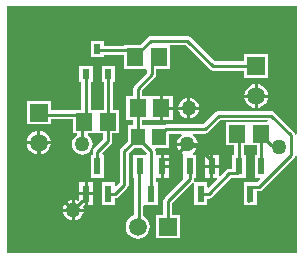
<source format=gtl>
G04*
G04 #@! TF.GenerationSoftware,Altium Limited,Altium Designer,19.1.8 (144)*
G04*
G04 Layer_Physical_Order=1*
G04 Layer_Color=255*
%FSLAX25Y25*%
%MOIN*%
G70*
G01*
G75*
%ADD12C,0.01000*%
%ADD13R,0.02362X0.05709*%
%ADD14R,0.05512X0.05906*%
%ADD15R,0.04724X0.05512*%
%ADD16R,0.02362X0.03347*%
%ADD25R,0.05906X0.05906*%
%ADD26C,0.05906*%
%ADD27R,0.05906X0.05906*%
%ADD28C,0.05000*%
G36*
X209500Y139197D02*
X209000Y139148D01*
X208913Y139585D01*
X208581Y140081D01*
X202081Y146581D01*
X201585Y146913D01*
X201000Y147029D01*
X183500D01*
X182915Y146913D01*
X182419Y146581D01*
X178366Y142529D01*
X166043D01*
X165458Y142413D01*
X165223Y142256D01*
X160181D01*
X160181Y142256D01*
X159819D01*
Y142256D01*
X159681Y142256D01*
X158029D01*
Y144047D01*
X160118D01*
X160256Y144047D01*
X160618D01*
X160756Y144047D01*
X163874D01*
Y148000D01*
Y151953D01*
X160756D01*
X160618Y151953D01*
X160256D01*
X160118Y151953D01*
X158029D01*
Y153867D01*
X162263Y158100D01*
X162594Y158596D01*
X162710Y159181D01*
Y161047D01*
X167193D01*
Y168953D01*
X167685Y168971D01*
X172366D01*
X180419Y160919D01*
X180915Y160587D01*
X181500Y160471D01*
X192047D01*
Y158047D01*
X199953D01*
Y165953D01*
X192047D01*
Y163529D01*
X182133D01*
X174081Y171581D01*
X173585Y171913D01*
X173000Y172029D01*
X160866D01*
X160281Y171913D01*
X159785Y171581D01*
X157156Y168953D01*
X151807D01*
Y168785D01*
X145181D01*
Y170405D01*
X140819D01*
Y165059D01*
X145181D01*
Y165726D01*
X151807D01*
Y161047D01*
X159319D01*
X159652Y160685D01*
Y159815D01*
X155419Y155581D01*
X155087Y155085D01*
X154971Y154500D01*
Y151953D01*
X152744D01*
Y144047D01*
X154971D01*
Y142256D01*
X153094D01*
Y136907D01*
X150919Y134731D01*
X150587Y134235D01*
X150471Y133650D01*
Y123134D01*
X149383Y122046D01*
X148921Y122237D01*
Y123228D01*
X144559D01*
Y115520D01*
X148921D01*
Y117971D01*
X149000D01*
X149585Y118087D01*
X150081Y118419D01*
X153081Y121419D01*
X153413Y121915D01*
X153529Y122500D01*
Y133016D01*
X155257Y134744D01*
X157656D01*
X159420Y132980D01*
X159348Y132480D01*
X158971Y132480D01*
X155079D01*
Y124772D01*
X155350D01*
Y112302D01*
X154507Y111953D01*
X153681Y111319D01*
X153047Y110493D01*
X152649Y109532D01*
X152513Y108500D01*
X152649Y107468D01*
X153047Y106507D01*
X153681Y105681D01*
X154507Y105047D01*
X155468Y104649D01*
X156500Y104513D01*
X157532Y104649D01*
X158493Y105047D01*
X159319Y105681D01*
X159953Y106507D01*
X160351Y107468D01*
X160487Y108500D01*
X160351Y109532D01*
X159953Y110493D01*
X159319Y111319D01*
X158493Y111953D01*
X158409Y111988D01*
Y115301D01*
X158819Y115520D01*
X158909Y115520D01*
X163181D01*
Y123228D01*
X162529D01*
Y124284D01*
X162559Y124772D01*
X163029Y124772D01*
X164240D01*
Y128626D01*
Y132480D01*
X162559Y132480D01*
X162529Y132968D01*
Y133563D01*
X162413Y134148D01*
X162349Y134244D01*
X162616Y134744D01*
X166905D01*
Y139471D01*
X170993D01*
X171122Y138971D01*
X170504Y138496D01*
X169943Y137765D01*
X169590Y136914D01*
X169536Y136500D01*
X176464D01*
X176410Y136914D01*
X176057Y137765D01*
X175496Y138496D01*
X174878Y138971D01*
X175007Y139471D01*
X179000D01*
X179585Y139587D01*
X180081Y139919D01*
X184134Y143971D01*
X199904D01*
X199916Y143953D01*
X199649Y143453D01*
X193819D01*
X193681Y143453D01*
X193319D01*
X193181Y143453D01*
X185807D01*
Y135547D01*
X188731D01*
Y132480D01*
X188079D01*
Y127801D01*
X187079D01*
X186494Y127685D01*
X185997Y127353D01*
X183883Y125239D01*
X183421Y125430D01*
Y128126D01*
X181740D01*
Y124772D01*
X182763D01*
X182954Y124310D01*
X180143Y121499D01*
X179681Y121690D01*
Y123228D01*
X175476D01*
X175167Y123665D01*
X175173Y123675D01*
X175289Y124260D01*
Y124772D01*
X175941D01*
Y132480D01*
X174955D01*
X174817Y132816D01*
X174814Y132980D01*
X175496Y133504D01*
X176057Y134235D01*
X176410Y135086D01*
X176464Y135500D01*
X169536D01*
X169590Y135086D01*
X169943Y134235D01*
X170504Y133504D01*
X171235Y132943D01*
X171361Y132890D01*
X171579Y132480D01*
Y124772D01*
X171579D01*
X171734Y124397D01*
X165419Y118081D01*
X165087Y117585D01*
X164971Y117000D01*
Y112453D01*
X162547D01*
Y104547D01*
X170453D01*
Y112453D01*
X168029D01*
Y116367D01*
X174819Y123156D01*
X174915Y123150D01*
X175319Y122993D01*
Y115520D01*
X179681D01*
Y117845D01*
X180181D01*
X180766Y117961D01*
X181263Y118293D01*
X187712Y124742D01*
X189579D01*
X189726Y124772D01*
X192441D01*
Y132480D01*
X191789D01*
Y135547D01*
X193181D01*
X193319Y135547D01*
X193681D01*
X193819Y135547D01*
X196211D01*
Y132480D01*
X195559D01*
Y124772D01*
X197226D01*
X197418Y124310D01*
X196366Y123258D01*
X194681D01*
X194533Y123228D01*
X191819D01*
Y117167D01*
X191789Y117020D01*
X191819Y116872D01*
Y115520D01*
X193171D01*
X193319Y115490D01*
X193467Y115520D01*
X196181D01*
Y120199D01*
X196999D01*
X197584Y120315D01*
X198081Y120647D01*
X208581Y131148D01*
X208913Y131644D01*
X209000Y132081D01*
X209500Y132032D01*
Y99740D01*
X113000D01*
Y182000D01*
X209500D01*
Y139197D01*
D02*
G37*
%LPC*%
G36*
X196500Y155921D02*
Y152500D01*
X199921D01*
X199851Y153032D01*
X199453Y153993D01*
X198819Y154819D01*
X197993Y155453D01*
X197032Y155851D01*
X196500Y155921D01*
D02*
G37*
G36*
X195500D02*
X194968Y155851D01*
X194007Y155453D01*
X193181Y154819D01*
X192547Y153993D01*
X192149Y153032D01*
X192079Y152500D01*
X195500D01*
Y155921D01*
D02*
G37*
G36*
X164874Y151953D02*
Y148500D01*
X168130D01*
Y151953D01*
X164874D01*
D02*
G37*
G36*
X174000Y151464D02*
Y148500D01*
X176964D01*
X176910Y148914D01*
X176557Y149765D01*
X175996Y150496D01*
X175265Y151057D01*
X174414Y151410D01*
X174000Y151464D01*
D02*
G37*
G36*
X173000D02*
X172586Y151410D01*
X171735Y151057D01*
X171004Y150496D01*
X170443Y149765D01*
X170090Y148914D01*
X170036Y148500D01*
X173000D01*
Y151464D01*
D02*
G37*
G36*
X199921Y151500D02*
X196500D01*
Y148079D01*
X197032Y148149D01*
X197993Y148547D01*
X198819Y149181D01*
X199453Y150007D01*
X199851Y150968D01*
X199921Y151500D01*
D02*
G37*
G36*
X195500D02*
X192079D01*
X192149Y150968D01*
X192547Y150007D01*
X193181Y149181D01*
X194007Y148547D01*
X194968Y148149D01*
X195500Y148079D01*
Y151500D01*
D02*
G37*
G36*
X148921Y161941D02*
X144559D01*
Y156595D01*
X145211D01*
Y147453D01*
X142819D01*
X142681Y147453D01*
X142319D01*
X142181Y147453D01*
X140789D01*
Y156595D01*
X141441D01*
Y161941D01*
X137079D01*
Y156595D01*
X137730D01*
Y147453D01*
X134807D01*
Y147285D01*
X127453D01*
Y150453D01*
X119547D01*
Y142547D01*
X127453D01*
Y144227D01*
X134807D01*
Y139547D01*
X136111D01*
X136227Y139090D01*
X136222Y139047D01*
X135504Y138496D01*
X134943Y137765D01*
X134590Y136914D01*
X134470Y136000D01*
X134590Y135086D01*
X134943Y134235D01*
X135504Y133504D01*
X136235Y132943D01*
X137086Y132590D01*
X138000Y132470D01*
X138914Y132590D01*
X139765Y132943D01*
X140496Y133504D01*
X141057Y134235D01*
X141410Y135086D01*
X141530Y136000D01*
X141410Y136914D01*
X141057Y137765D01*
X140496Y138496D01*
X139778Y139047D01*
X139773Y139090D01*
X139889Y139547D01*
X142181D01*
X142319Y139547D01*
X142681D01*
X142819Y139547D01*
X144908D01*
Y137571D01*
X141919Y134581D01*
X141587Y134085D01*
X141471Y133500D01*
Y132480D01*
X140819D01*
Y124772D01*
X145181D01*
Y132480D01*
X144804D01*
X144643Y132980D01*
X147519Y135856D01*
X147850Y136352D01*
X147966Y136937D01*
Y139547D01*
X150193D01*
Y147453D01*
X148269D01*
Y156595D01*
X148921D01*
Y161941D01*
D02*
G37*
G36*
X176964Y147500D02*
X174000D01*
Y144536D01*
X174414Y144590D01*
X175265Y144943D01*
X175996Y145504D01*
X176557Y146235D01*
X176910Y147086D01*
X176964Y147500D01*
D02*
G37*
G36*
X173000D02*
X170036D01*
X170090Y147086D01*
X170443Y146235D01*
X171004Y145504D01*
X171735Y144943D01*
X172586Y144590D01*
X173000Y144536D01*
Y147500D01*
D02*
G37*
G36*
X168130D02*
X164874D01*
Y144047D01*
X168130D01*
Y147500D01*
D02*
G37*
G36*
X124000Y140421D02*
Y137000D01*
X127421D01*
X127351Y137532D01*
X126953Y138493D01*
X126319Y139319D01*
X125493Y139953D01*
X124532Y140351D01*
X124000Y140421D01*
D02*
G37*
G36*
X123000D02*
X122468Y140351D01*
X121507Y139953D01*
X120681Y139319D01*
X120047Y138493D01*
X119649Y137532D01*
X119579Y137000D01*
X123000D01*
Y140421D01*
D02*
G37*
G36*
X127421Y136000D02*
X124000D01*
Y132579D01*
X124532Y132649D01*
X125493Y133047D01*
X126319Y133681D01*
X126953Y134507D01*
X127351Y135468D01*
X127421Y136000D01*
D02*
G37*
G36*
X123000D02*
X119579D01*
X119649Y135468D01*
X120047Y134507D01*
X120681Y133681D01*
X121507Y133047D01*
X122468Y132649D01*
X123000Y132579D01*
Y136000D01*
D02*
G37*
G36*
X183421Y132480D02*
X181740D01*
Y129126D01*
X183421D01*
Y132480D01*
D02*
G37*
G36*
X180740D02*
X179059D01*
Y129126D01*
X180740D01*
Y132480D01*
D02*
G37*
G36*
X165240D02*
Y129126D01*
X166921D01*
Y132480D01*
X165240D01*
D02*
G37*
G36*
X180740Y128126D02*
X179059D01*
Y124772D01*
X180740D01*
Y128126D01*
D02*
G37*
G36*
X166921D02*
X165240D01*
Y124772D01*
X166921D01*
Y128126D01*
D02*
G37*
G36*
X141441Y123228D02*
X139760D01*
Y119874D01*
X141441D01*
Y123228D01*
D02*
G37*
G36*
X138760D02*
X137079D01*
Y119874D01*
X138760D01*
Y123228D01*
D02*
G37*
G36*
Y118874D02*
X137079D01*
Y117397D01*
X136579Y117134D01*
X135914Y117410D01*
X135500Y117464D01*
Y114500D01*
X138464D01*
X138410Y114914D01*
X138331Y115104D01*
X138609Y115520D01*
X138760D01*
Y118874D01*
D02*
G37*
G36*
X141441D02*
X139760D01*
Y115520D01*
X141441D01*
Y118874D01*
D02*
G37*
G36*
X134500Y117464D02*
X134086Y117410D01*
X133235Y117057D01*
X132504Y116496D01*
X131943Y115765D01*
X131590Y114914D01*
X131536Y114500D01*
X134500D01*
Y117464D01*
D02*
G37*
G36*
X138464Y113500D02*
X135500D01*
Y110536D01*
X135914Y110590D01*
X136765Y110943D01*
X137496Y111504D01*
X138057Y112235D01*
X138410Y113086D01*
X138464Y113500D01*
D02*
G37*
G36*
X134500D02*
X131536D01*
X131590Y113086D01*
X131943Y112235D01*
X132504Y111504D01*
X133235Y110943D01*
X134086Y110590D01*
X134500Y110536D01*
Y113500D01*
D02*
G37*
%LPD*%
D12*
X164374Y148000D02*
X173500D01*
X123500Y125500D02*
Y136500D01*
Y125500D02*
X135000Y114000D01*
X138020Y117020D01*
X138579D01*
X139260Y117701D01*
Y119374D01*
X173000Y136000D02*
X173765Y135235D01*
X176305D01*
X181240Y130299D01*
Y128626D02*
Y130299D01*
X165421Y130980D02*
X167980D01*
X164740Y130299D02*
X165421Y130980D01*
X164740Y128626D02*
Y130299D01*
X167980Y130980D02*
X173000Y136000D01*
X179000Y141000D02*
X183500Y145500D01*
X166043Y141000D02*
X179000D01*
X163543Y138500D02*
X166043Y141000D01*
X197740Y139000D02*
X200975Y135765D01*
X197437Y139303D02*
X197740Y139000D01*
Y128626D02*
Y139000D01*
X202735Y135765D02*
X203500Y135000D01*
X200975Y135765D02*
X202735D01*
X197437Y139303D02*
Y139500D01*
X138000Y142937D02*
X138563Y143500D01*
X138000Y136000D02*
Y142937D01*
X196999Y121728D02*
X207500Y132229D01*
X201000Y145500D02*
X207500Y139000D01*
Y132229D02*
Y139000D01*
X143000Y133500D02*
X146437Y136937D01*
X143000Y128626D02*
Y133500D01*
X146437Y136937D02*
Y143500D01*
X136307Y145756D02*
X138563Y143500D01*
X194681Y121728D02*
X196999D01*
X194000Y121047D02*
X194681Y121728D01*
X194000Y119374D02*
Y121047D01*
X183500Y145500D02*
X201000D01*
X166500Y117000D02*
X173760Y124260D01*
Y128626D01*
X166500Y108500D02*
Y117000D01*
X161000Y119374D02*
Y133563D01*
X156457Y138106D02*
X161000Y133563D01*
X156457Y138106D02*
Y138500D01*
X156880Y128246D02*
X157260Y128626D01*
X156880Y108880D02*
Y128246D01*
X156500Y108500D02*
X156880Y108880D01*
X193319Y117020D02*
X194000Y117701D01*
Y119374D01*
X163543Y138106D02*
Y138500D01*
X190260Y128626D02*
Y138803D01*
X189563Y139500D02*
X190260Y138803D01*
X180181Y119374D02*
X187079Y126272D01*
X189579D01*
X190260Y126953D01*
Y128626D01*
X177500Y119374D02*
X180181D01*
X160866Y170500D02*
X173000D01*
X155563Y165197D02*
X160866Y170500D01*
X155563Y165000D02*
Y165197D01*
X173000Y170500D02*
X181500Y162000D01*
X196000D01*
X153307Y167256D02*
X155563Y165000D01*
X143476Y167256D02*
X153307D01*
X143000Y167732D02*
X143476Y167256D01*
X146866Y119500D02*
X149000D01*
X146740Y119374D02*
X146866Y119500D01*
X149000D02*
X152000Y122500D01*
Y133650D01*
X156457Y138106D01*
X156500Y138543D02*
Y148000D01*
X156457Y138500D02*
X156500Y138543D01*
Y148000D02*
Y154500D01*
X161181Y159181D01*
Y162744D01*
X163437Y165000D01*
X146740Y143803D02*
Y159268D01*
X146437Y143500D02*
X146740Y143803D01*
X139260Y144197D02*
Y159268D01*
X138563Y143500D02*
X139260Y144197D01*
X124244Y145756D02*
X136307D01*
X123500Y146500D02*
X124244Y145756D01*
D13*
X194000Y119374D02*
D03*
X190260Y128626D02*
D03*
X197740D02*
D03*
X161000Y119374D02*
D03*
X157260Y128626D02*
D03*
X164740D02*
D03*
X177500Y119374D02*
D03*
X173760Y128626D02*
D03*
X181240D02*
D03*
X143000Y128626D02*
D03*
X146740Y119374D02*
D03*
X139260D02*
D03*
D14*
X189563Y139500D02*
D03*
X197437D02*
D03*
X146437Y143500D02*
D03*
X138563D02*
D03*
X164374Y148000D02*
D03*
X156500D02*
D03*
X163437Y165000D02*
D03*
X155563D02*
D03*
D15*
X156457Y138500D02*
D03*
X163543D02*
D03*
D16*
X143000Y167732D02*
D03*
X146740Y159268D02*
D03*
X139260D02*
D03*
D25*
X166500Y108500D02*
D03*
D26*
X156500D02*
D03*
X196000Y152000D02*
D03*
X123500Y136500D02*
D03*
D27*
X196000Y162000D02*
D03*
X123500Y146500D02*
D03*
D28*
X173500Y148000D02*
D03*
X173000Y136000D02*
D03*
X135000Y114000D02*
D03*
X203500Y135000D02*
D03*
X138000Y136000D02*
D03*
M02*

</source>
